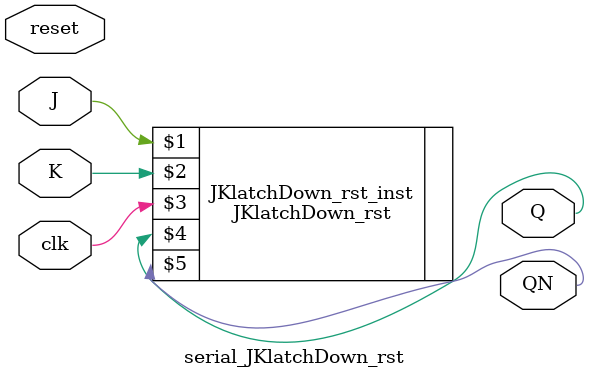
<source format=v>
`ifndef __SERIAL_JKLATCHUP_RST__
 `define __SERIAL_JKLATCHUP_RST__

 `include "src/memory/JKlatch/JKlatch_rst.v"

module serial_JKlatchUP_rst(J, K, clk, reset, Q, QN);
   parameter SIZE = 1;
   input [SIZE -1:0] J, K;
   input	     clk, reset;
   output [SIZE -1:0] Q, QN;

   JKlatchUP_rst JKlatchUP_rst_inst(J[0], K[0], clk, reset, Q[0], QN[0]);
   if (SIZE > 1)
     serial_JKlatchUP_rst #(.SIZE(SIZE-1)) recall(.J(J[SIZE-1:1]),
						  .K(K[SIZE-1:1]),
						  .clk(clk),
						  .reset(reset),
						  .Q(Q[SIZE-1:1]),
						  .QN(QN[SIZE-1:1]));
endmodule

`endif

`ifndef __SERIAL_JKLATCHDOWN_RST__
 `define __SERIAL_JKLATCHDOWN_RST__

 `include "src/memory/JKlatch/JKlatch_rst.v"

module serial_JKlatchDown_rst(J, K, clk, reset, Q, QN);
   parameter SIZE = 1;
   input [SIZE -1:0] J, K;
   input	     clk, reset;
   output [SIZE -1:0] Q, QN;

   JKlatchDown_rst JKlatchDown_rst_inst(J[0], K[0], clk, Q[0], QN[0]);
   if (SIZE > 1)
     serial_JKlatchDown_rst #(.SIZE(SIZE-1)) recall(.J(J[SIZE-1:1]),
						    .K(K[SIZE-1:1]),
						    .clk(clk),
						    .reset(reset),
						    .Q(Q[SIZE-1:1]),
						    .QN(QN[SIZE-1:1]));
endmodule

`endif

</source>
